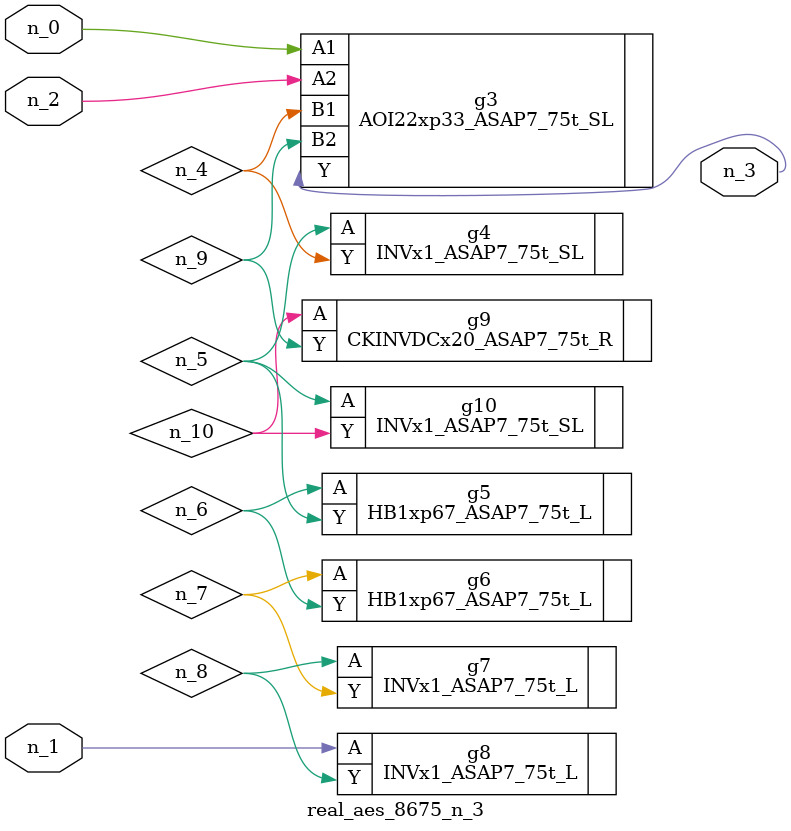
<source format=v>
module real_aes_8675_n_3 (n_0, n_2, n_1, n_3);
input n_0;
input n_2;
input n_1;
output n_3;
wire n_4;
wire n_5;
wire n_7;
wire n_9;
wire n_6;
wire n_8;
wire n_10;
AOI22xp33_ASAP7_75t_SL g3 ( .A1(n_0), .A2(n_2), .B1(n_4), .B2(n_9), .Y(n_3) );
INVx1_ASAP7_75t_L g8 ( .A(n_1), .Y(n_8) );
INVx1_ASAP7_75t_SL g4 ( .A(n_5), .Y(n_4) );
INVx1_ASAP7_75t_SL g10 ( .A(n_5), .Y(n_10) );
HB1xp67_ASAP7_75t_L g5 ( .A(n_6), .Y(n_5) );
HB1xp67_ASAP7_75t_L g6 ( .A(n_7), .Y(n_6) );
INVx1_ASAP7_75t_L g7 ( .A(n_8), .Y(n_7) );
CKINVDCx20_ASAP7_75t_R g9 ( .A(n_10), .Y(n_9) );
endmodule
</source>
